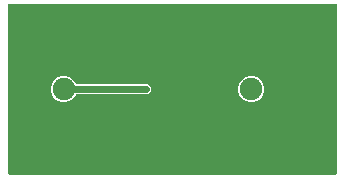
<source format=gbl>
G04 EAGLE Gerber RS-274X export*
G75*
%MOMM*%
%FSLAX34Y34*%
%LPD*%
%INBottom Copper*%
%IPPOS*%
%AMOC8*
5,1,8,0,0,1.08239X$1,22.5*%
G01*
%ADD10C,1.905000*%
%ADD11P,2.749271X8X202.500000*%
%ADD12P,2.749271X8X22.500000*%
%ADD13C,0.654000*%
%ADD14C,0.558800*%
%ADD15C,0.558800*%

G36*
X281198Y3814D02*
X281198Y3814D01*
X281217Y3812D01*
X281319Y3834D01*
X281421Y3850D01*
X281438Y3860D01*
X281458Y3864D01*
X281547Y3917D01*
X281638Y3966D01*
X281652Y3980D01*
X281669Y3990D01*
X281736Y4069D01*
X281808Y4144D01*
X281816Y4162D01*
X281829Y4177D01*
X281868Y4273D01*
X281911Y4367D01*
X281913Y4387D01*
X281921Y4405D01*
X281939Y4572D01*
X281939Y147828D01*
X281936Y147848D01*
X281938Y147867D01*
X281916Y147969D01*
X281900Y148071D01*
X281890Y148088D01*
X281886Y148108D01*
X281833Y148197D01*
X281784Y148288D01*
X281770Y148302D01*
X281760Y148319D01*
X281681Y148386D01*
X281606Y148458D01*
X281588Y148466D01*
X281573Y148479D01*
X281477Y148518D01*
X281383Y148561D01*
X281363Y148563D01*
X281345Y148571D01*
X281178Y148589D01*
X4572Y148589D01*
X4552Y148586D01*
X4533Y148588D01*
X4431Y148566D01*
X4329Y148550D01*
X4312Y148540D01*
X4292Y148536D01*
X4203Y148483D01*
X4112Y148434D01*
X4098Y148420D01*
X4081Y148410D01*
X4014Y148331D01*
X3942Y148256D01*
X3934Y148238D01*
X3921Y148223D01*
X3882Y148127D01*
X3839Y148033D01*
X3837Y148013D01*
X3829Y147995D01*
X3811Y147828D01*
X3811Y4572D01*
X3814Y4552D01*
X3812Y4533D01*
X3834Y4431D01*
X3850Y4329D01*
X3860Y4312D01*
X3864Y4292D01*
X3917Y4203D01*
X3966Y4112D01*
X3980Y4098D01*
X3990Y4081D01*
X4069Y4014D01*
X4144Y3942D01*
X4162Y3934D01*
X4177Y3921D01*
X4273Y3882D01*
X4367Y3839D01*
X4387Y3837D01*
X4405Y3829D01*
X4572Y3811D01*
X281178Y3811D01*
X281198Y3814D01*
G37*
%LPC*%
G36*
X48602Y65150D02*
X48602Y65150D01*
X44541Y66833D01*
X41433Y69941D01*
X39750Y74002D01*
X39750Y78398D01*
X41433Y82459D01*
X44541Y85567D01*
X48602Y87250D01*
X52998Y87250D01*
X57059Y85567D01*
X60167Y82459D01*
X60777Y80989D01*
X60839Y80889D01*
X60898Y80789D01*
X60903Y80785D01*
X60906Y80780D01*
X60997Y80705D01*
X61085Y80629D01*
X61091Y80627D01*
X61096Y80623D01*
X61204Y80581D01*
X61313Y80537D01*
X61321Y80536D01*
X61325Y80535D01*
X61344Y80534D01*
X61480Y80519D01*
X122439Y80519D01*
X124969Y77989D01*
X124969Y74411D01*
X122439Y71881D01*
X61480Y71881D01*
X61365Y71862D01*
X61249Y71845D01*
X61243Y71843D01*
X61237Y71842D01*
X61135Y71787D01*
X61030Y71734D01*
X61025Y71729D01*
X61020Y71726D01*
X60940Y71642D01*
X60857Y71558D01*
X60854Y71552D01*
X60850Y71548D01*
X60843Y71531D01*
X60777Y71411D01*
X60167Y69941D01*
X57059Y66833D01*
X52998Y65150D01*
X48602Y65150D01*
G37*
%LPD*%
%LPC*%
G36*
X207352Y65150D02*
X207352Y65150D01*
X203291Y66833D01*
X200183Y69941D01*
X198500Y74002D01*
X198500Y78398D01*
X200183Y82459D01*
X203291Y85567D01*
X207352Y87250D01*
X211748Y87250D01*
X215809Y85567D01*
X218917Y82459D01*
X220600Y78398D01*
X220600Y74002D01*
X218917Y69941D01*
X215809Y66833D01*
X211748Y65150D01*
X207352Y65150D01*
G37*
%LPD*%
D10*
X50800Y76200D03*
D11*
X76200Y50800D03*
X76200Y101600D03*
X25400Y101600D03*
X25400Y50800D03*
D10*
X209550Y76200D03*
D12*
X179550Y106200D03*
X239550Y106200D03*
X239550Y46200D03*
X179550Y46200D03*
D13*
X95250Y88900D03*
X95250Y63500D03*
X146050Y88900D03*
X146050Y63500D03*
X171450Y88900D03*
X171450Y63500D03*
X196850Y88900D03*
X196850Y63500D03*
X196850Y107950D03*
X203200Y120650D03*
X215900Y120650D03*
X222250Y107950D03*
X203200Y31750D03*
X215900Y31750D03*
X222250Y44450D03*
X196850Y44450D03*
X254000Y82550D03*
X254000Y69850D03*
X241300Y88900D03*
X241300Y63500D03*
X50800Y114300D03*
X62523Y112461D03*
X62628Y40318D03*
X50910Y38445D03*
X39187Y40284D03*
X14801Y64600D03*
X12927Y76317D03*
X14767Y88040D03*
X39082Y112427D03*
X12700Y12700D03*
X38100Y12700D03*
X63500Y12700D03*
X88900Y12700D03*
X139700Y12700D03*
X165100Y12700D03*
X190500Y12700D03*
X215900Y12700D03*
X241300Y12700D03*
X266700Y12700D03*
X12700Y139700D03*
X38100Y139700D03*
X63500Y139700D03*
X88900Y139700D03*
X139700Y139700D03*
X165100Y139700D03*
X190500Y139700D03*
X215900Y139700D03*
X241300Y139700D03*
X266700Y139700D03*
X12700Y114300D03*
X12700Y38100D03*
X266700Y114300D03*
X266700Y38100D03*
X266700Y63500D03*
X266700Y88900D03*
X120650Y88900D03*
X120650Y63500D03*
D14*
X120650Y76200D02*
X50800Y76200D01*
D15*
X120650Y76200D03*
X114300Y76200D03*
M02*

</source>
